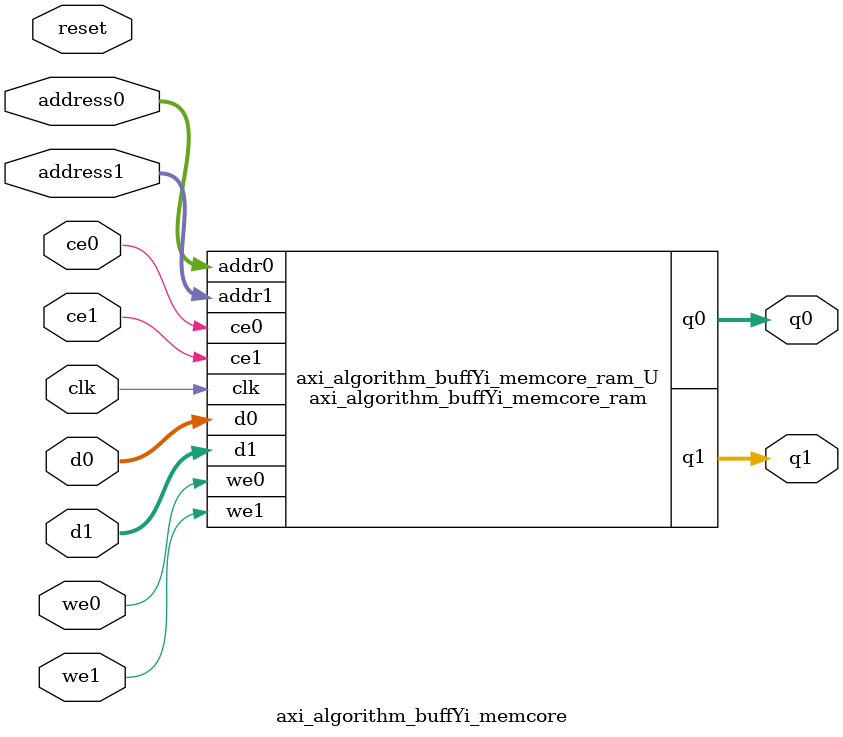
<source format=v>

`timescale 1 ns / 1 ps
module axi_algorithm_buffYi_memcore_ram (addr0, ce0, d0, we0, q0, addr1, ce1, d1, we1, q1,  clk);

parameter DWIDTH = 32;
parameter AWIDTH = 3;
parameter MEM_SIZE = 8;

input[AWIDTH-1:0] addr0;
input ce0;
input[DWIDTH-1:0] d0;
input we0;
output reg[DWIDTH-1:0] q0;
input[AWIDTH-1:0] addr1;
input ce1;
input[DWIDTH-1:0] d1;
input we1;
output reg[DWIDTH-1:0] q1;
input clk;

(* ram_style = "distributed" *)reg [DWIDTH-1:0] ram[0:MEM_SIZE-1];




always @(posedge clk)  
begin 
    if (ce0) 
    begin
        if (we0) 
        begin 
            ram[addr0] <= d0; 
            q0 <= d0;
        end 
        else 
            q0 <= ram[addr0];
    end
end


always @(posedge clk)  
begin 
    if (ce1) 
    begin
        if (we1) 
        begin 
            ram[addr1] <= d1; 
            q1 <= d1;
        end 
        else 
            q1 <= ram[addr1];
    end
end


endmodule


`timescale 1 ns / 1 ps
module axi_algorithm_buffYi_memcore(
    reset,
    clk,
    address0,
    ce0,
    we0,
    d0,
    q0,
    address1,
    ce1,
    we1,
    d1,
    q1);

parameter DataWidth = 32'd32;
parameter AddressRange = 32'd8;
parameter AddressWidth = 32'd3;
input reset;
input clk;
input[AddressWidth - 1:0] address0;
input ce0;
input we0;
input[DataWidth - 1:0] d0;
output[DataWidth - 1:0] q0;
input[AddressWidth - 1:0] address1;
input ce1;
input we1;
input[DataWidth - 1:0] d1;
output[DataWidth - 1:0] q1;



axi_algorithm_buffYi_memcore_ram axi_algorithm_buffYi_memcore_ram_U(
    .clk( clk ),
    .addr0( address0 ),
    .ce0( ce0 ),
    .d0( d0 ),
    .we0( we0 ),
    .q0( q0 ),
    .addr1( address1 ),
    .ce1( ce1 ),
    .d1( d1 ),
    .we1( we1 ),
    .q1( q1 ));

endmodule


</source>
